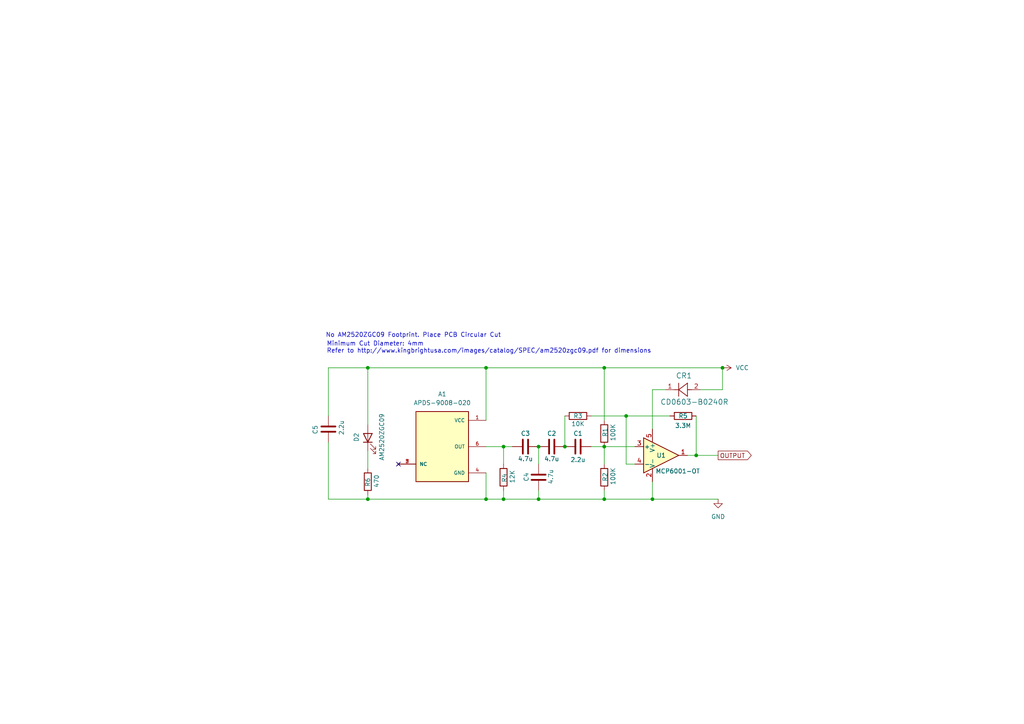
<source format=kicad_sch>
(kicad_sch (version 20231120) (generator "eeschema") (generator_version "8.0")
  (paper "A4")
  (lib_symbols
    (symbol "2024-04-27_01-38-26:CD0603-B0240R" (pin_names (offset 0.254))
      (property "Reference" "CR" (at 5.08 4.445 0))
      (property "Value" "CD0603-B0240R" (at 5.08 -3.81 0))
      (symbol "CD0603-B0240R_1_1"
        (polyline (pts (xy 2.54 0) (xy 3.4798 0)) (stroke (width 0.2032)))
        (polyline (pts (xy 3.175 0) (xy 3.81 0)) (stroke (width 0.2032)))
        (polyline (pts (xy 3.81 -1.905) (xy 6.35 0)) (stroke (width 0.2032)))
        (polyline (pts (xy 3.81 1.905) (xy 3.81 -1.905)) (stroke (width 0.2032)))
        (polyline (pts (xy 6.35 -1.905) (xy 6.35 1.905)) (stroke (width 0.2032)))
        (polyline (pts (xy 6.35 0) (xy 3.81 1.905)) (stroke (width 0.2032)))
        (polyline (pts (xy 6.35 0) (xy 7.62 0)) (stroke (width 0.2032)))
        (pin unspecified line (at 10.16 0 180) (length 2.54) (name "") (number "1"))
        (pin unspecified line (at 0 0 0) (length 2.54) (name "") (number "2"))
      )
      (symbol "CD0603-B0240R_1_2"
        (polyline (pts (xy -1.905 3.81) (xy 1.905 3.81)) (stroke (width 0.2032)))
        (polyline (pts (xy 0 2.54) (xy 0 3.4798)) (stroke (width 0.2032)))
        (polyline (pts (xy 0 3.175) (xy 0 3.81)) (stroke (width 0.2032)))
        (polyline (pts (xy 0 6.35) (xy -1.905 3.81)) (stroke (width 0.2032)))
        (polyline (pts (xy 0 6.35) (xy 0 7.62)) (stroke (width 0.2032)))
        (polyline (pts (xy 1.905 3.81) (xy 0 6.35)) (stroke (width 0.2032)))
        (polyline (pts (xy 1.905 6.35) (xy -1.905 6.35)) (stroke (width 0.2032)))
        (pin unspecified line (at 0 10.16 270) (length 2.54) (name "") (number "1"))
        (pin unspecified line (at 0 0 90) (length 2.54) (name "") (number "2"))
      )
    )
    (symbol "APDS-9008-020:APDS-9008-020" (pin_names (offset 1.016))
      (property "Reference" "A" (at -7.62 10.668 0))
      (property "Value" "APDS-9008-020" (at -7.62 -12.7 0))
      (symbol "APDS-9008-020_0_0"
        (rectangle (start -7.62 10.16) (end 7.62 -10.16) (stroke (width 0.254)) (fill (type background)))
        (pin power_in line (at 12.7 7.62 180) (length 5.08) (name "VCC") (number "1"))
        (pin no_connect line (at -12.7 -5.08 0) (length 5.08) (name "NC") (number "2"))
        (pin no_connect line (at -12.7 -5.08 0) (length 5.08) (name "NC") (number "3"))
        (pin power_in line (at 12.7 -7.62 180) (length 5.08) (name "GND") (number "4"))
        (pin no_connect line (at -12.7 -5.08 0) (length 5.08) (name "NC") (number "5"))
        (pin output line (at 12.7 0 180) (length 5.08) (name "OUT") (number "6"))
      )
    )
    (symbol "Amplifier_Operational:MCP6001-OT" (pin_names (offset 0.127))
      (property "Reference" "U" (at -1.27 6.35 0))
      (property "Value" "MCP6001-OT" (at -1.27 3.81 0))
      (symbol "MCP6001-OT_0_1"
        (polyline (pts (xy -5.08 5.08) (xy 5.08 0) (xy -5.08 -5.08) (xy -5.08 5.08)) (stroke (width 0.254)) (fill (type background)))
        (pin power_in line (at -2.54 -7.62 90) (length 3.81) (name "V-") (number "2"))
        (pin power_in line (at -2.54 7.62 270) (length 3.81) (name "V+") (number "5"))
      )
      (symbol "MCP6001-OT_1_1"
        (pin output line (at 7.62 0 180) (length 2.54) (name "~") (number "1"))
        (pin input line (at -7.62 2.54 0) (length 2.54) (name "+") (number "3"))
        (pin input line (at -7.62 -2.54 0) (length 2.54) (name "-") (number "4"))
      )
    )
    (symbol "Device:C" (pin_numbers hide) (pin_names (offset 0.254))
      (property "Reference" "C" (at 0.635 2.54 0))
      (property "Value" "C" (at 0.635 -2.54 0))
      (symbol "C_0_1"
        (polyline (pts (xy -2.032 -0.762) (xy 2.032 -0.762)) (stroke (width 0.508)))
        (polyline (pts (xy -2.032 0.762) (xy 2.032 0.762)) (stroke (width 0.508)))
      )
      (symbol "C_1_1"
        (pin passive line (at 0 3.81 270) (length 2.794) (name "~") (number "1"))
        (pin passive line (at 0 -3.81 90) (length 2.794) (name "~") (number "2"))
      )
    )
    (symbol "Device:LED" (pin_numbers hide) (pin_names (offset 1.016) hide)
      (property "Reference" "D" (at 0 2.54 0))
      (property "Value" "LED" (at 0 -2.54 0))
      (symbol "LED_0_1"
        (polyline (pts (xy -1.27 -1.27) (xy -1.27 1.27)) (stroke (width 0.254)))
        (polyline (pts (xy -1.27 0) (xy 1.27 0)))
        (polyline (pts (xy 1.27 -1.27) (xy 1.27 1.27) (xy -1.27 0) (xy 1.27 -1.27)) (stroke (width 0.254)))
        (polyline (pts (xy -3.048 -0.762) (xy -4.572 -2.286) (xy -3.81 -2.286) (xy -4.572 -2.286) (xy -4.572 -1.524)))
        (polyline (pts (xy -1.778 -0.762) (xy -3.302 -2.286) (xy -2.54 -2.286) (xy -3.302 -2.286) (xy -3.302 -1.524)))
      )
      (symbol "LED_1_1"
        (pin passive line (at -3.81 0 0) (length 2.54) (name "K") (number "1"))
        (pin passive line (at 3.81 0 180) (length 2.54) (name "A") (number "2"))
      )
    )
    (symbol "Device:R" (pin_numbers hide) (pin_names (offset 0))
      (property "Reference" "R" (at 2.032 0 90))
      (property "Value" "R" (at 0 0 90))
      (symbol "R_0_1"
        (rectangle (start -1.016 -2.54) (end 1.016 2.54) (stroke (width 0.254)))
      )
      (symbol "R_1_1"
        (pin passive line (at 0 3.81 270) (length 1.27) (name "~") (number "1"))
        (pin passive line (at 0 -3.81 90) (length 1.27) (name "~") (number "2"))
      )
    )
    (symbol "power:GND" (power) (pin_numbers hide) (pin_names (offset 0) hide)
      (property "Value" "GND" (at 0 -3.81 0))
      (symbol "GND_0_1"
        (polyline (pts (xy 0 0) (xy 0 -1.27) (xy 1.27 -1.27) (xy 0 -2.54) (xy -1.27 -1.27) (xy 0 -1.27)))
      )
      (symbol "GND_1_1"
        (pin power_in line (at 0 0 270) (length 0) (name "~") (number "1"))
      )
    )
    (symbol "power:VCC" (power) (pin_numbers hide) (pin_names (offset 0) hide)
      (property "Value" "VCC" (at 0 3.556 0))
      (symbol "VCC_0_1"
        (polyline (pts (xy -0.762 1.27) (xy 0 2.54)))
        (polyline (pts (xy 0 0) (xy 0 2.54)))
        (polyline (pts (xy 0 2.54) (xy 0.762 1.27)))
      )
      (symbol "VCC_1_1"
        (pin power_in line (at 0 0 90) (length 0) (name "~") (number "1"))
      )
    )
  )
  (junction (at 175.26 129.54))
  (junction (at 156.21 129.54))
  (junction (at 140.97 106.68))
  (junction (at 175.26 106.68))
  (junction (at 163.83 129.54))
  (junction (at 189.23 144.78))
  (junction (at 201.93 132.08))
  (junction (at 209.55 106.68))
  (junction (at 106.68 144.78))
  (junction (at 106.68 106.68))
  (junction (at 181.61 120.65))
  (junction (at 156.21 144.78))
  (junction (at 175.26 144.78))
  (junction (at 146.05 144.78))
  (junction (at 140.97 144.78))
  (junction (at 146.05 129.54))
  (no_connect (at 115.57 134.62))
  (wire (pts (xy 193.04 113.03) (xy 189.23 113.03)))
  (wire (pts (xy 140.97 121.92) (xy 140.97 106.68)))
  (wire (pts (xy 175.26 144.78) (xy 189.23 144.78)))
  (wire (pts (xy 175.26 142.24) (xy 175.26 144.78)))
  (wire (pts (xy 189.23 113.03) (xy 189.23 124.46)))
  (wire (pts (xy 156.21 142.24) (xy 156.21 144.78)))
  (wire (pts (xy 171.45 120.65) (xy 181.61 120.65)))
  (wire (pts (xy 201.93 132.08) (xy 208.28 132.08)))
  (wire (pts (xy 175.26 121.92) (xy 175.26 106.68)))
  (wire (pts (xy 189.23 139.7) (xy 189.23 144.78)))
  (wire (pts (xy 140.97 137.16) (xy 140.97 144.78)))
  (wire (pts (xy 194.31 120.65) (xy 181.61 120.65)))
  (wire (pts (xy 140.97 129.54) (xy 146.05 129.54)))
  (wire (pts (xy 156.21 144.78) (xy 175.26 144.78)))
  (wire (pts (xy 199.39 132.08) (xy 201.93 132.08)))
  (wire (pts (xy 156.21 129.54) (xy 156.21 134.62)))
  (wire (pts (xy 146.05 144.78) (xy 156.21 144.78)))
  (wire (pts (xy 95.25 144.78) (xy 106.68 144.78)))
  (wire (pts (xy 175.26 129.54) (xy 175.26 134.62)))
  (wire (pts (xy 106.68 143.51) (xy 106.68 144.78)))
  (wire (pts (xy 140.97 144.78) (xy 146.05 144.78)))
  (wire (pts (xy 181.61 134.62) (xy 184.15 134.62)))
  (wire (pts (xy 106.68 130.81) (xy 106.68 135.89)))
  (wire (pts (xy 106.68 144.78) (xy 140.97 144.78)))
  (wire (pts (xy 209.55 113.03) (xy 209.55 106.68)))
  (wire (pts (xy 189.23 144.78) (xy 208.28 144.78)))
  (wire (pts (xy 140.97 106.68) (xy 175.26 106.68)))
  (wire (pts (xy 163.83 120.65) (xy 163.83 129.54)))
  (wire (pts (xy 146.05 142.24) (xy 146.05 144.78)))
  (wire (pts (xy 184.15 129.54) (xy 175.26 129.54)))
  (wire (pts (xy 175.26 106.68) (xy 209.55 106.68)))
  (wire (pts (xy 146.05 134.62) (xy 146.05 129.54)))
  (wire (pts (xy 201.93 120.65) (xy 201.93 132.08)))
  (wire (pts (xy 203.2 113.03) (xy 209.55 113.03)))
  (wire (pts (xy 146.05 129.54) (xy 148.59 129.54)))
  (wire (pts (xy 171.45 129.54) (xy 175.26 129.54)))
  (wire (pts (xy 95.25 128.27) (xy 95.25 144.78)))
  (wire (pts (xy 95.25 106.68) (xy 106.68 106.68)))
  (wire (pts (xy 106.68 106.68) (xy 140.97 106.68)))
  (wire (pts (xy 106.68 123.19) (xy 106.68 106.68)))
  (wire (pts (xy 95.25 120.65) (xy 95.25 106.68)))
  (wire (pts (xy 181.61 120.65) (xy 181.61 134.62)))
  (text "No AM2520ZGC09 Footprint. Place PCB Circular Cut" (at 119.888 97.282 0) (effects (font (size 1.27 1.27))))
  (text "Minimum Cut Diameter: 4mm\nRefer to http://www.kingbrightusa.com/images/catalog/SPEC/am2520zgc09.pdf for dimensions\n" (at 94.742 100.838 0) (effects (font (size 1.27 1.27)) (justify left)))
  (global_label "OUTPUT" (shape output) (at 208.28 132.08 0) (property "Intersheetrefs" "${INTERSHEET_REFS}" (effects (hide yes))))
  (symbol (lib_id "Device:C") (at 152.4 129.54 90) (unit 1)
    (property "Reference" "C3" (at 152.4 125.73 90))
    (property "Value" "4.7u" (at 152.4 133.096 90))
    (property "Description" "Unpolarized capacitor" (effects (hide yes)))
  )
  (symbol (lib_id "power:VCC") (at 209.55 106.68 270) (unit 1)
    (property "Reference" "#PWR01" (effects (hide yes)))
    (property "Value" "VCC" (at 213.36 106.6799 90) (effects (justify left)))
    (property "Description" "Power symbol creates a global label with name \"VCC\"" (effects (hide yes)))
  )
  (symbol (lib_id "Amplifier_Operational:MCP6001-OT") (at 191.77 132.08 0) (unit 1)
    (property "Reference" "U1" (at 191.77 132.08 0))
    (property "Value" "MCP6001-OT" (at 196.596 136.652 0))
    (property "Footprint" "Package_TO_SOT_SMD:SOT-23-5" (effects (hide yes)))
    (property "Datasheet" "http://ww1.microchip.com/downloads/en/DeviceDoc/21733j.pdf" (effects (hide yes)))
    (property "Description" "1MHz, Low-Power Op Amp, SOT-23-5" (effects (hide yes)))
  )
  (symbol (lib_id "Device:C") (at 167.64 129.54 90) (unit 1)
    (property "Reference" "C1" (at 167.64 125.73 90))
    (property "Value" "2.2u" (at 167.64 133.35 90))
    (property "Description" "Unpolarized capacitor" (effects (hide yes)))
  )
  (symbol (lib_id "Device:C") (at 95.25 124.46 180) (unit 1)
    (property "Reference" "C5" (at 91.44 125.984 90) (effects (justify right)))
    (property "Value" "2.2u" (at 99.06 126.238 90) (effects (justify right)))
    (property "Description" "Unpolarized capacitor" (effects (hide yes)))
  )
  (symbol (lib_id "Device:R") (at 175.26 125.73 180) (unit 1)
    (property "Reference" "R1" (at 175.514 126.746 90) (effects (justify right)))
    (property "Value" "100K" (at 177.8 128.016 90) (effects (justify right)))
    (property "Description" "Resistor" (effects (hide yes)))
  )
  (symbol (lib_id "2024-04-27_01-38-26:CD0603-B0240R") (at 203.2 113.03 180) (unit 1)
    (property "Reference" "CR1" (at 198.374 108.966 0) (effects (font (size 1.524 1.524))))
    (property "Value" "CD0603-B0240R" (at 201.422 116.586 0) (effects (font (size 1.524 1.524))))
    (property "Footprint" "DIODE_CD0603-B0240R_BRN" (effects (hide yes)))
    (property "Datasheet" "CD0603-B0240R" (effects (hide yes)))
  )
  (symbol (lib_id "Device:LED") (at 106.68 127 90) (unit 1)
    (property "Reference" "D2" (at 103.378 125.476 0) (effects (justify right)))
    (property "Value" "AM2520ZGC09" (at 110.744 119.888 0) (effects (justify right)))
    (property "Description" "Light emitting diode" (effects (hide yes)))
  )
  (symbol (lib_id "power:GND") (at 208.28 144.78 0) (unit 1)
    (property "Reference" "#PWR08" (effects (hide yes)))
    (property "Value" "GND" (at 208.28 149.86 0))
    (property "Description" "Power symbol creates a global label with name \"GND\" , ground" (effects (hide yes)))
  )
  (symbol (lib_id "Device:R") (at 198.12 120.65 270) (unit 1)
    (property "Reference" "R5" (at 198.12 120.65 90))
    (property "Value" "3.3M" (at 198.12 123.444 90))
    (property "Description" "Resistor" (effects (hide yes)))
  )
  (symbol (lib_id "Device:R") (at 167.64 120.65 270) (unit 1)
    (property "Reference" "R3" (at 167.64 120.65 90))
    (property "Value" "10K" (at 167.64 122.936 90))
    (property "Description" "Resistor" (effects (hide yes)))
  )
  (symbol (lib_id "Device:R") (at 175.26 138.43 180) (unit 1)
    (property "Reference" "R2" (at 175.514 139.7 90) (effects (justify right)))
    (property "Value" "100K" (at 177.8 140.716 90) (effects (justify right)))
    (property "Description" "Resistor" (effects (hide yes)))
  )
  (symbol (lib_id "Device:R") (at 146.05 138.43 180) (unit 1)
    (property "Reference" "R4" (at 146.304 139.954 90) (effects (justify right)))
    (property "Value" "12K" (at 148.59 140.208 90) (effects (justify right)))
    (property "Description" "Resistor" (effects (hide yes)))
  )
  (symbol (lib_id "APDS-9008-020:APDS-9008-020") (at 128.27 129.54 0) (unit 1)
    (property "Reference" "A1" (at 128.27 114.3 0))
    (property "Value" "APDS-9008-020" (at 128.27 116.84 0))
    (property "MAXIMUM_PACKAGE_HEIGHT" "0.55 mm" (effects (hide yes)))
    (property "MP" "APDS-9008-020" (effects (hide yes)))
  )
  (symbol (lib_id "Device:C") (at 160.02 129.54 90) (unit 1)
    (property "Reference" "C2" (at 160.02 125.73 90))
    (property "Value" "4.7u" (at 160.02 133.096 90))
    (property "Description" "Unpolarized capacitor" (effects (hide yes)))
  )
  (symbol (lib_id "Device:C") (at 156.21 138.43 0) (unit 1)
    (property "Reference" "C4" (at 152.654 139.7 90) (effects (justify left)))
    (property "Value" "4.7u" (at 159.766 140.462 90) (effects (justify left)))
    (property "Description" "Unpolarized capacitor" (effects (hide yes)))
  )
  (symbol (lib_id "Device:R") (at 106.68 139.7 180) (unit 1)
    (property "Reference" "R6" (at 106.68 141.224 90) (effects (justify right)))
    (property "Value" "470" (at 109.22 141.478 90) (effects (justify right)))
    (property "Description" "Resistor" (effects (hide yes)))
  )
)
</source>
